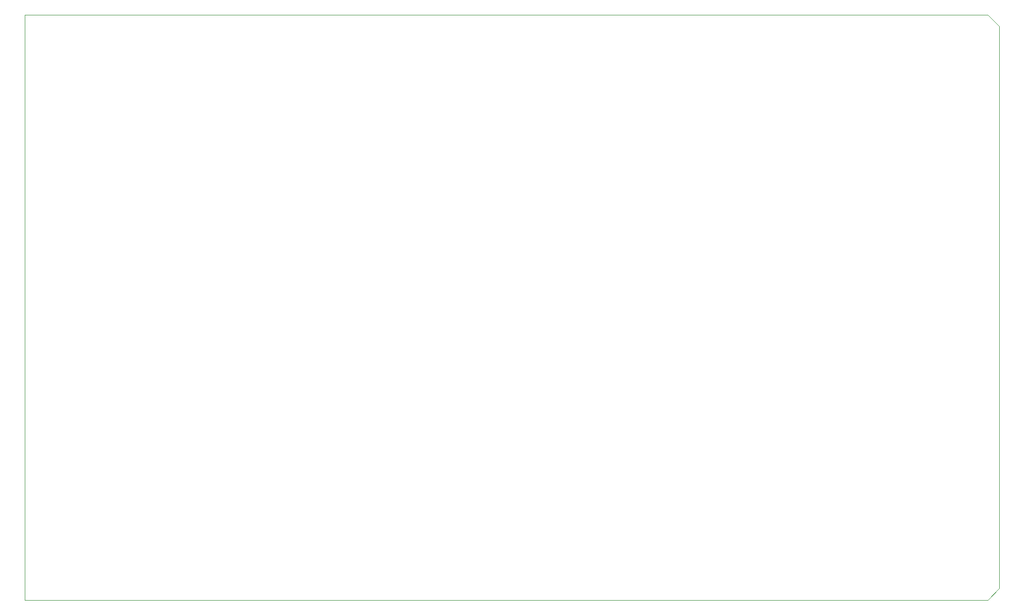
<source format=gm1>
G04 #@! TF.FileFunction,Profile,NP*
%FSLAX46Y46*%
G04 Gerber Fmt 4.6, Leading zero omitted, Abs format (unit mm)*
G04 Created by KiCad (PCBNEW 4.0.4-stable) date 11/20/16 21:41:40*
%MOMM*%
%LPD*%
G01*
G04 APERTURE LIST*
%ADD10C,0.100000*%
G04 APERTURE END LIST*
D10*
X226500000Y-149500000D02*
X224500000Y-151500000D01*
X224500000Y-51500000D02*
X226500000Y-53500000D01*
X60000000Y-151500000D02*
X60000000Y-51500000D01*
X224500000Y-151500000D02*
X60000000Y-151500000D01*
X226500000Y-53500000D02*
X226500000Y-149500000D01*
X60000000Y-51500000D02*
X224500000Y-51500000D01*
M02*

</source>
